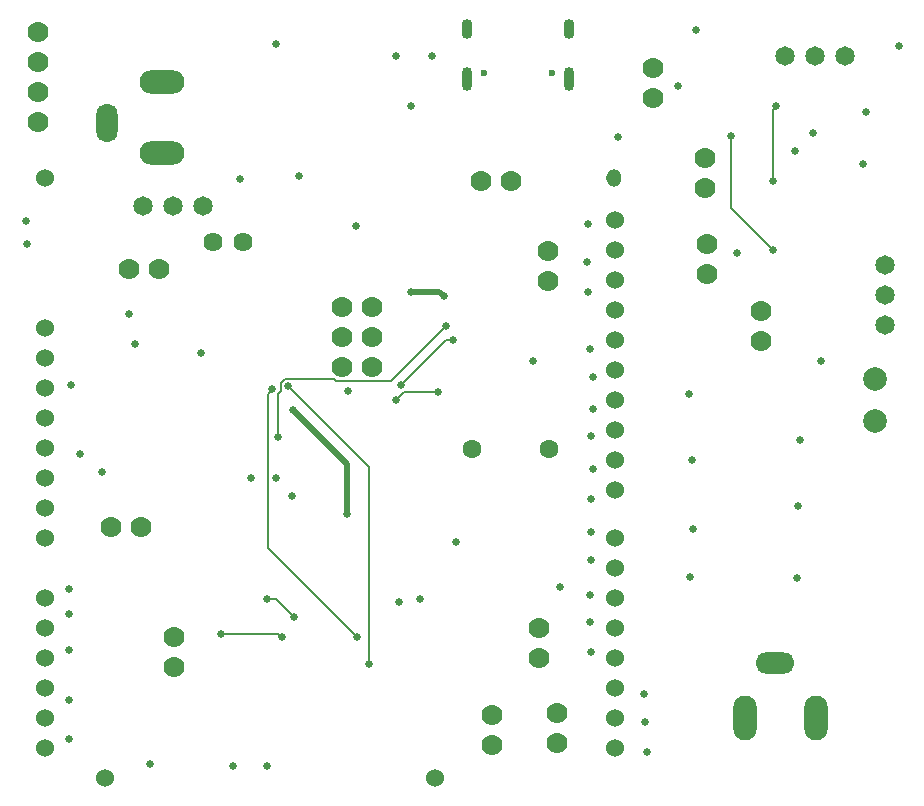
<source format=gbl>
G04*
G04 #@! TF.GenerationSoftware,Altium Limited,Altium Designer,24.2.2 (26)*
G04*
G04 Layer_Physical_Order=4*
G04 Layer_Color=16711680*
%FSLAX44Y44*%
%MOMM*%
G71*
G04*
G04 #@! TF.SameCoordinates,C9C70787-D61E-4D50-BDF8-59307FDF8C79*
G04*
G04*
G04 #@! TF.FilePolarity,Positive*
G04*
G01*
G75*
%ADD11C,0.5080*%
%ADD13C,0.1524*%
%ADD73C,0.6000*%
%ADD74O,0.9000X2.0000*%
%ADD75O,0.9000X1.7000*%
%ADD76C,1.6200*%
%ADD77O,1.8000X3.3000*%
%ADD78O,3.8000X2.0000*%
%ADD79C,1.7780*%
%ADD80C,1.6500*%
%ADD81C,1.5240*%
%ADD82O,3.3000X1.8000*%
%ADD83O,2.0000X3.8000*%
%ADD84C,1.6000*%
%ADD85C,2.0000*%
%ADD86O,1.2700X1.5240*%
%ADD87C,0.6350*%
D11*
X359066Y436880D02*
X362876Y433070D01*
X234950Y336550D02*
X280670Y290830D01*
Y248920D02*
Y290830D01*
X362876Y433070D02*
X363220D01*
X335280Y436880D02*
X359066D01*
D13*
X222250Y350250D02*
X224663Y352663D01*
X213360Y176530D02*
X220980D01*
X236220Y161290D01*
X231140Y356870D02*
X299720Y288290D01*
Y121920D02*
Y288290D01*
X224663Y359553D02*
X228457Y363347D01*
X269651D01*
X271810Y361188D01*
X318008D01*
X364490Y407670D01*
X605790Y508000D02*
X641350Y472440D01*
X605790Y508000D02*
Y568960D01*
X173990Y147320D02*
X222214D01*
X328930Y351790D02*
X358140D01*
X364490Y396240D02*
X370840D01*
X322580Y345440D02*
X328930Y351790D01*
X326390Y358140D02*
X364490Y396240D01*
X224754Y144780D02*
X226060D01*
X222214Y147320D02*
X224754Y144780D01*
X214376Y219964D02*
X289560Y144780D01*
X214376Y350230D02*
X217170Y353024D01*
X224663Y352663D02*
Y359553D01*
X222250Y313690D02*
Y350250D01*
X643890Y593054D02*
Y594360D01*
X217170Y353024D02*
Y354330D01*
X214376Y219964D02*
Y350230D01*
X641350Y531114D02*
Y590514D01*
X643890Y593054D01*
D73*
X454350Y622330D02*
D03*
X396550D02*
D03*
D74*
X468700Y617430D02*
D03*
X382200D02*
D03*
D75*
X468700Y659130D02*
D03*
X382200D02*
D03*
D76*
X167640Y478790D02*
D03*
X193040D02*
D03*
D77*
X77960Y579680D02*
D03*
D78*
X124460Y614680D02*
D03*
Y554680D02*
D03*
D79*
X450850Y445770D02*
D03*
Y471170D02*
D03*
X631190Y394970D02*
D03*
Y420370D02*
D03*
X539750Y600710D02*
D03*
Y626110D02*
D03*
X134620Y119380D02*
D03*
Y144780D02*
D03*
X458470Y80010D02*
D03*
Y54610D02*
D03*
X19050Y605790D02*
D03*
Y580390D02*
D03*
Y656590D02*
D03*
Y631190D02*
D03*
X403860Y53340D02*
D03*
Y78740D02*
D03*
X96520Y455930D02*
D03*
X121920D02*
D03*
X584200Y549910D02*
D03*
Y524510D02*
D03*
X81280Y237490D02*
D03*
X106680D02*
D03*
X393954Y530606D02*
D03*
X419354D02*
D03*
X585470Y452120D02*
D03*
Y477520D02*
D03*
X443230Y127000D02*
D03*
Y152400D02*
D03*
X276860Y424180D02*
D03*
X302260D02*
D03*
X276860Y398780D02*
D03*
X302260D02*
D03*
X276860Y373380D02*
D03*
X302260D02*
D03*
D80*
X158750Y509270D02*
D03*
X133350D02*
D03*
X107950D02*
D03*
X651510Y636270D02*
D03*
X676910D02*
D03*
X702310D02*
D03*
X736600Y408940D02*
D03*
Y434340D02*
D03*
Y459740D02*
D03*
D81*
X25400Y177800D02*
D03*
Y152400D02*
D03*
Y127000D02*
D03*
Y101600D02*
D03*
Y76200D02*
D03*
Y50800D02*
D03*
X508000Y497840D02*
D03*
Y472440D02*
D03*
Y447040D02*
D03*
Y421640D02*
D03*
Y396240D02*
D03*
Y370840D02*
D03*
Y345440D02*
D03*
Y320040D02*
D03*
Y294640D02*
D03*
Y269240D02*
D03*
X25400Y228600D02*
D03*
Y254000D02*
D03*
Y279400D02*
D03*
Y304800D02*
D03*
Y330200D02*
D03*
Y355600D02*
D03*
Y381000D02*
D03*
Y406400D02*
D03*
X508000Y50800D02*
D03*
Y76200D02*
D03*
Y101600D02*
D03*
Y127000D02*
D03*
Y152400D02*
D03*
Y177800D02*
D03*
Y203200D02*
D03*
Y228600D02*
D03*
X25400Y533400D02*
D03*
X355600Y25400D02*
D03*
X76200D02*
D03*
D82*
X643180Y122700D02*
D03*
D83*
X678180Y76200D02*
D03*
X618180D02*
D03*
D84*
X386600Y303530D02*
D03*
X451600D02*
D03*
D85*
X727710Y327660D02*
D03*
Y362660D02*
D03*
D86*
X506730Y533400D02*
D03*
D87*
X46990Y358140D02*
D03*
X45720Y185420D02*
D03*
Y163830D02*
D03*
Y133350D02*
D03*
Y91440D02*
D03*
Y58420D02*
D03*
X485140Y494030D02*
D03*
X483870Y462280D02*
D03*
X485140Y436880D02*
D03*
X486410Y388620D02*
D03*
X488950Y364490D02*
D03*
Y337820D02*
D03*
X487680Y261620D02*
D03*
Y314960D02*
D03*
X488950Y287020D02*
D03*
X487680Y233680D02*
D03*
Y209550D02*
D03*
X486410Y180340D02*
D03*
Y157480D02*
D03*
X487680Y132080D02*
D03*
X532130Y96520D02*
D03*
X533400Y72390D02*
D03*
X534670Y46990D02*
D03*
X662940Y255270D02*
D03*
X664210Y311150D02*
D03*
X681990Y378460D02*
D03*
X510540Y567690D02*
D03*
X373380Y224790D02*
D03*
X322580Y636270D02*
D03*
Y345440D02*
D03*
X326390Y358140D02*
D03*
X342900Y176530D02*
D03*
X8890Y496570D02*
D03*
X10160Y477520D02*
D03*
X358140Y351790D02*
D03*
X370840Y396240D02*
D03*
X220853Y279625D02*
D03*
X222250Y313690D02*
D03*
X231140Y356870D02*
D03*
X364490Y407670D02*
D03*
X335280Y436880D02*
D03*
X363220Y433070D02*
D03*
X576580Y658431D02*
D03*
X641350Y531114D02*
D03*
X643890Y594360D02*
D03*
X660250Y556410D02*
D03*
X217170Y354330D02*
D03*
X234950Y336550D02*
D03*
X280670Y248920D02*
D03*
X561340Y610870D02*
D03*
X234305Y264028D02*
D03*
X675341Y571500D02*
D03*
X240030Y534670D02*
D03*
X717550Y544830D02*
D03*
X438150Y378460D02*
D03*
X281940Y353060D02*
D03*
X461010Y186690D02*
D03*
X325120Y173990D02*
D03*
X190500Y532130D02*
D03*
X335280Y594360D02*
D03*
X748030Y645160D02*
D03*
X661670Y194310D02*
D03*
X610870Y469900D02*
D03*
X353060Y636270D02*
D03*
X220980Y646430D02*
D03*
X157480Y384810D02*
D03*
X288290Y492760D02*
D03*
X720090Y589280D02*
D03*
X114300Y36830D02*
D03*
X184150Y35560D02*
D03*
X213360D02*
D03*
X199390Y279400D02*
D03*
X73660Y284480D02*
D03*
X54610Y299720D02*
D03*
X101600Y392430D02*
D03*
X96520Y417830D02*
D03*
X571500Y195580D02*
D03*
X574040Y236220D02*
D03*
X570230Y350520D02*
D03*
X572770Y294640D02*
D03*
X299720Y121920D02*
D03*
X289560Y144780D02*
D03*
X213360Y176530D02*
D03*
X236220Y161290D02*
D03*
X173990Y147320D02*
D03*
X226060Y144780D02*
D03*
X605790Y568960D02*
D03*
X641350Y472440D02*
D03*
M02*

</source>
